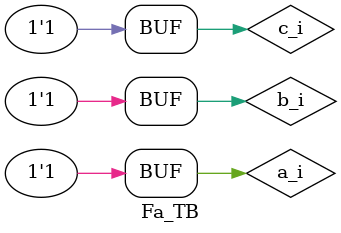
<source format=v>
`timescale 1ns / 1ps
module Fa_TB;

    
    reg a_i;
    reg b_i;
    reg c_i;


    wire sum_0;
    wire carry_0;

    
    Add_F_ tst (
        .a_i(a_i), 
        .b_i(b_i), 
        .c_i(c_i), 
        .sum_0(sum_0), 
        .carry_0(carry_0)
    );
initial begin

       a_i = 0;  b_i = 0;  c_i = 0;  #100;
        a_i = 0;  b_i = 0;  c_i = 1;  #100;
        a_i = 0;  b_i = 1;  c_i = 0;  #100;
        a_i = 0;  b_i = 1;  c_i = 1;  #100;
        a_i = 1;  b_i = 0;  c_i = 0;  #100;
        a_i = 1;  b_i = 0;  c_i = 1;  #100;
       a_i = 1;  b_i = 1;  c_i = 0;  #100;
        a_i = 1;  b_i = 1;  c_i = 1;  #100;
    end
      
endmodule

</source>
